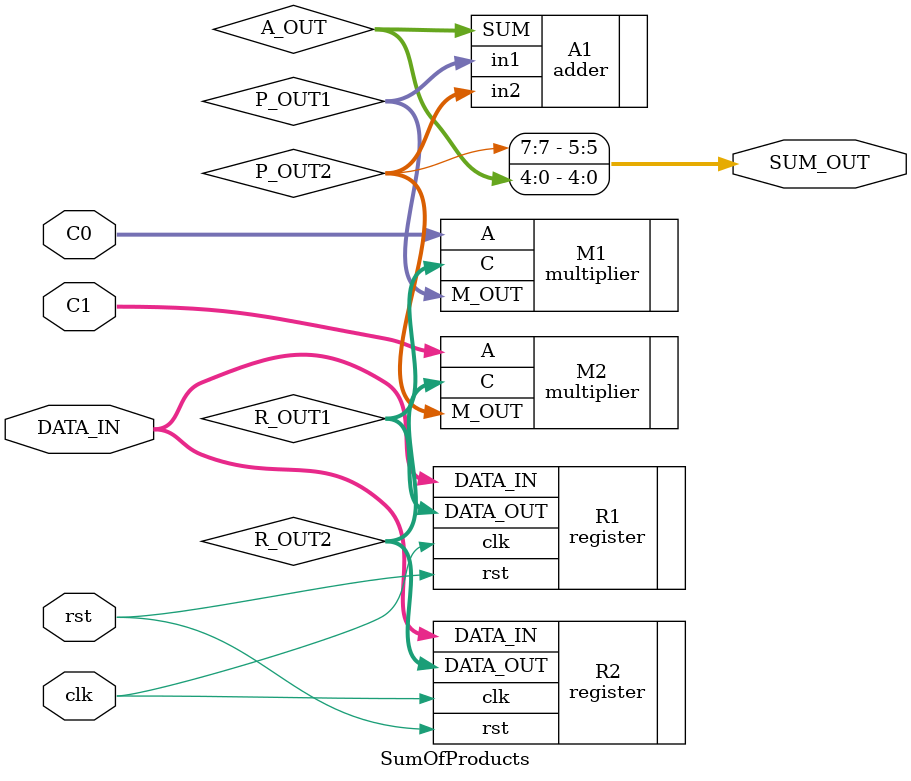
<source format=v>
/***************************************************************************
***                                                                      ***
*** EE 526 L Experiment #9                 Steven Hernandez, Fall, 2023 ***
***                                                                      ***
*** Experiment #9 Sum of products		                               ***
***                                                                      ***
****************************************************************************
*** Filename: SumOfProducts.v       Created by Steven Hernandez, 11/20/23          ***
***                                                                      ***
****************************************************************************
*** This module is for my sum of products which is the second levl        ***
*** this level instantiates 2 registers, 2 mulipliers, an 2 adders         ***
****************************************************************************/

`timescale 1 ns / 1 ns
 
module SumOfProducts(clk, rst, DATA_IN, C0, C1, SUM_OUT);
    parameter WIDTH = 4;    
    
    input clk, rst;
    input[WIDTH-1:0] DATA_IN;
    input[WIDTH-1:0] C0,C1;
    output[WIDTH+1:0] SUM_OUT;    
    
    wire [WIDTH-1:0] R_OUT1, R_OUT2;
    wire [(2*WIDTH)-1:0] P_OUT1, P_OUT2;
    wire [WIDTH:0] A_OUT;

  // 2 registers 
      register R1(.clk(clk), .rst(rst), .DATA_IN(DATA_IN), .DATA_OUT(R_OUT1));    
      register R2(.clk(clk), .rst(rst), .DATA_IN(DATA_IN), .DATA_OUT(R_OUT2));
     
  // 2 multipliers 
      multiplier M1(.A(C0), .C(R_OUT1), .M_OUT(P_OUT1)); 
      multiplier M2(.A(C1), .C(R_OUT2), .M_OUT(P_OUT2));  
    
  //1 adder
    adder A1(.in1(P_OUT1), .in2(P_OUT2), .SUM(A_OUT));    

    assign SUM_OUT = {P_OUT1[2*WIDTH-1], P_OUT2[2*WIDTH-1], A_OUT}; 

endmodule
</source>
